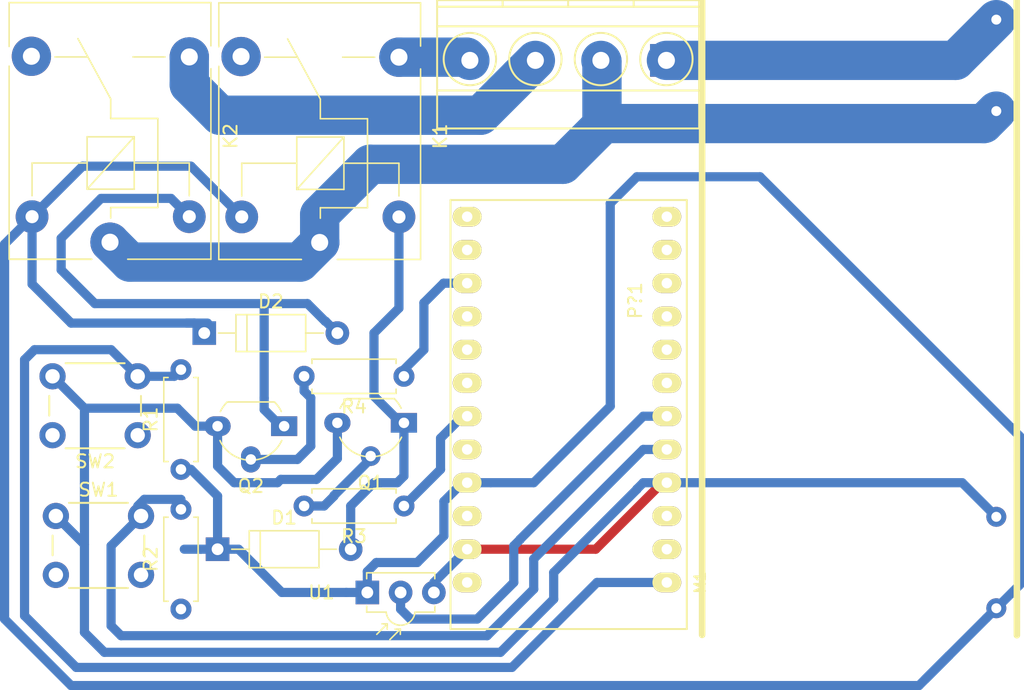
<source format=kicad_pcb>
(kicad_pcb (version 4) (host pcbnew 4.0.6+dfsg1-1)

  (general
    (links 34)
    (no_connects 2)
    (area 38.874 22.081 121.471 77.258002)
    (thickness 1.6)
    (drawings 0)
    (tracks 169)
    (zones 0)
    (modules 16)
    (nets 38)
  )

  (page A4)
  (layers
    (0 F.Cu signal hide)
    (31 B.Cu signal)
    (32 B.Adhes user)
    (33 F.Adhes user)
    (34 B.Paste user)
    (35 F.Paste user)
    (36 B.SilkS user)
    (37 F.SilkS user)
    (38 B.Mask user)
    (39 F.Mask user)
    (40 Dwgs.User user)
    (41 Cmts.User user)
    (42 Eco1.User user)
    (43 Eco2.User user)
    (44 Edge.Cuts user)
    (45 Margin user)
    (46 B.CrtYd user)
    (47 F.CrtYd user)
    (48 B.Fab user)
    (49 F.Fab user)
  )

  (setup
    (last_trace_width 0.7)
    (user_trace_width 0.5)
    (user_trace_width 0.7)
    (user_trace_width 1)
    (user_trace_width 3)
    (trace_clearance 0.2)
    (zone_clearance 0.508)
    (zone_45_only no)
    (trace_min 0.2)
    (segment_width 0.2)
    (edge_width 0.15)
    (via_size 0.6)
    (via_drill 0.4)
    (via_min_size 0.4)
    (via_min_drill 0.3)
    (uvia_size 0.3)
    (uvia_drill 0.1)
    (uvias_allowed no)
    (uvia_min_size 0.2)
    (uvia_min_drill 0.1)
    (pcb_text_width 0.3)
    (pcb_text_size 1.5 1.5)
    (mod_edge_width 0.15)
    (mod_text_size 1 1)
    (mod_text_width 0.15)
    (pad_size 2 2)
    (pad_drill 1.1)
    (pad_to_mask_clearance 0.2)
    (aux_axis_origin 0 0)
    (visible_elements FFFCCF1F)
    (pcbplotparams
      (layerselection 0x00030_80000001)
      (usegerberextensions false)
      (excludeedgelayer true)
      (linewidth 0.100000)
      (plotframeref false)
      (viasonmask false)
      (mode 1)
      (useauxorigin false)
      (hpglpennumber 1)
      (hpglpenspeed 20)
      (hpglpendiameter 15)
      (hpglpenoverlay 2)
      (psnegative false)
      (psa4output false)
      (plotreference true)
      (plotvalue true)
      (plotinvisibletext false)
      (padsonsilk false)
      (subtractmaskfromsilk false)
      (outputformat 1)
      (mirror false)
      (drillshape 1)
      (scaleselection 1)
      (outputdirectory ""))
  )

  (net 0 "")
  (net 1 GND)
  (net 2 +5V)
  (net 3 RETORNO2)
  (net 4 RETORNO1)
  (net 5 NEUTRO)
  (net 6 FASE)
  (net 7 D3)
  (net 8 D11)
  (net 9 "Net-(Q1-Pad2)")
  (net 10 "Net-(Q2-Pad2)")
  (net 11 D4)
  (net 12 "Net-(K1-Pad4)")
  (net 13 "Net-(K2-Pad4)")
  (net 14 "Net-(D1-Pad2)")
  (net 15 "Net-(D2-Pad2)")
  (net 16 D10)
  (net 17 "Net-(M1-Pad2)")
  (net 18 "Net-(M1-Pad3)")
  (net 19 "Net-(M1-Pad8)")
  (net 20 "Net-(M1-Pad9)")
  (net 21 "Net-(M1-Pad10)")
  (net 22 "Net-(M1-Pad11)")
  (net 23 "Net-(M1-Pad12)")
  (net 24 "Net-(M1-Pad16)")
  (net 25 "Net-(M1-Pad17)")
  (net 26 "Net-(M1-Pad18)")
  (net 27 "Net-(M1-Pad20)")
  (net 28 "Net-(M1-Pad22)")
  (net 29 "Net-(M1-Pad24)")
  (net 30 "Net-(SW1-Pad2)")
  (net 31 "Net-(SW2-Pad2)")
  (net 32 "Net-(SW1-Pad4)")
  (net 33 "Net-(SW2-Pad4)")
  (net 34 D12)
  (net 35 "Net-(M1-Pad7)")
  (net 36 "Net-(M1-Pad13)")
  (net 37 "Net-(M1-Pad14)")

  (net_class Default "This is the default net class."
    (clearance 0.2)
    (trace_width 0.5)
    (via_dia 0.6)
    (via_drill 0.4)
    (uvia_dia 0.3)
    (uvia_drill 0.1)
    (add_net +5V)
    (add_net D10)
    (add_net D11)
    (add_net D12)
    (add_net D3)
    (add_net D4)
    (add_net FASE)
    (add_net GND)
    (add_net NEUTRO)
    (add_net "Net-(D1-Pad2)")
    (add_net "Net-(D2-Pad2)")
    (add_net "Net-(K1-Pad4)")
    (add_net "Net-(K2-Pad4)")
    (add_net "Net-(M1-Pad10)")
    (add_net "Net-(M1-Pad11)")
    (add_net "Net-(M1-Pad12)")
    (add_net "Net-(M1-Pad13)")
    (add_net "Net-(M1-Pad14)")
    (add_net "Net-(M1-Pad16)")
    (add_net "Net-(M1-Pad17)")
    (add_net "Net-(M1-Pad18)")
    (add_net "Net-(M1-Pad2)")
    (add_net "Net-(M1-Pad20)")
    (add_net "Net-(M1-Pad22)")
    (add_net "Net-(M1-Pad24)")
    (add_net "Net-(M1-Pad3)")
    (add_net "Net-(M1-Pad7)")
    (add_net "Net-(M1-Pad8)")
    (add_net "Net-(M1-Pad9)")
    (add_net "Net-(Q1-Pad2)")
    (add_net "Net-(Q2-Pad2)")
    (add_net "Net-(SW1-Pad2)")
    (add_net "Net-(SW1-Pad4)")
    (add_net "Net-(SW2-Pad2)")
    (add_net "Net-(SW2-Pad4)")
    (add_net RETORNO1)
    (add_net RETORNO2)
  )

  (net_class Custom ""
    (clearance 0.2)
    (trace_width 0.5)
    (via_dia 0.6)
    (via_drill 0.4)
    (uvia_dia 0.3)
    (uvia_drill 0.1)
  )

  (module Opto-Devices:IRReceiver_Vishay_MINICAST-3pin (layer F.Cu) (tedit 5B5B994B) (tstamp 5B5B732C)
    (at 69.088 69.596)
    (descr "IR Receiver Vishay TSOP-xxxx, MINICAST package")
    (tags "IR Receiver Vishay TSOP-xxxx MINICAST")
    (path /5B5114D1)
    (fp_text reference U1 (at -3.5 0 180) (layer F.SilkS)
      (effects (font (size 1 1) (thickness 0.15)))
    )
    (fp_text value TSOP17xx (at 2.55 -2.4 180) (layer F.Fab)
      (effects (font (size 1 1) (thickness 0.15)))
    )
    (fp_line (start 5.15 -1.05) (end 5.15 -1.5) (layer F.SilkS) (width 0.12))
    (fp_line (start 5.15 -1.5) (end -0.05 -1.5) (layer F.SilkS) (width 0.12))
    (fp_line (start -0.05 -1.5) (end -0.05 -1.05) (layer F.SilkS) (width 0.12))
    (fp_line (start 5.15 1.05) (end 5.15 1.5) (layer F.SilkS) (width 0.12))
    (fp_line (start 5.15 1.5) (end 3.65 1.5) (layer F.SilkS) (width 0.12))
    (fp_line (start 1.4 1.5) (end -0.05 1.5) (layer F.SilkS) (width 0.12))
    (fp_line (start -0.05 1.5) (end -0.05 1.05) (layer F.SilkS) (width 0.12))
    (fp_line (start 0.05 -1.4) (end 5.05 -1.4) (layer F.Fab) (width 0.1))
    (fp_line (start 5.05 -1.4) (end 5.05 1.4) (layer F.Fab) (width 0.1))
    (fp_line (start 5.05 1.4) (end 0.05 1.4) (layer F.Fab) (width 0.1))
    (fp_line (start 0.05 1.4) (end 0.05 -1.4) (layer F.Fab) (width 0.1))
    (fp_line (start 1.52 2.4) (end 1.12 2.4) (layer F.SilkS) (width 0.12))
    (fp_line (start 1.52 2.4) (end 1.52 2.8) (layer F.SilkS) (width 0.12))
    (fp_line (start 1.52 2.4) (end 0.72 3.2) (layer F.SilkS) (width 0.12))
    (fp_line (start 2.52 2.8) (end 1.72 3.6) (layer F.SilkS) (width 0.12))
    (fp_line (start 2.52 2.8) (end 2.52 3.2) (layer F.SilkS) (width 0.12))
    (fp_line (start 2.52 2.8) (end 2.12 2.8) (layer F.SilkS) (width 0.12))
    (fp_line (start -1.15 -1.65) (end 6.23 -1.65) (layer F.CrtYd) (width 0.05))
    (fp_line (start -1.15 -1.65) (end -1.15 2.7) (layer F.CrtYd) (width 0.05))
    (fp_line (start 6.23 2.7) (end 6.23 -1.65) (layer F.CrtYd) (width 0.05))
    (fp_line (start 6.23 2.7) (end -1.15 2.7) (layer F.CrtYd) (width 0.05))
    (fp_arc (start 2.54 1.4) (end 3.64 1.5) (angle 170) (layer F.SilkS) (width 0.12))
    (fp_arc (start 2.54 1.45) (end 3.54 1.45) (angle 180) (layer F.Fab) (width 0.1))
    (pad 2 thru_hole rect (at 0 0) (size 1.8 1.8) (drill 0.9) (layers *.Cu *.Mask)
      (net 2 +5V))
    (pad 3 thru_hole circle (at 2.54 0) (size 1.8 1.8) (drill 0.9) (layers *.Cu *.Mask)
      (net 16 D10))
    (pad 1 thru_hole circle (at 5.08 0) (size 1.8 1.8) (drill 0.9) (layers *.Cu *.Mask)
      (net 1 GND))
    (model TO_SOT_Packages_THT.3dshapes/TO-92_Inline_Narrow_Oval.wrl
      (at (xyz 0.095 0 0))
      (scale (xyz 1.5 1.8 1))
      (rotate (xyz 0 0 -90))
    )
  )

  (module TO_SOT_Packages_THT:TO-92_Molded_Wide_Oval (layer F.Cu) (tedit 5B614E59) (tstamp 5B5F60A8)
    (at 71.882 56.642 180)
    (descr "TO-92 leads molded, wide, oval pads, drill 0.8mm (see NXP sot054_po.pdf)")
    (tags "to-92 sc-43 sc-43a sot54 PA33 transistor")
    (path /5B61624B)
    (fp_text reference Q1 (at 2.54 -4.572 180) (layer F.SilkS)
      (effects (font (size 1 1) (thickness 0.15)))
    )
    (fp_text value BC546 (at 2.54 3.048 180) (layer F.Fab)
      (effects (font (size 1 1) (thickness 0.15)))
    )
    (fp_line (start 0.74 1.85) (end 4.34 1.85) (layer F.SilkS) (width 0.12))
    (fp_line (start 0.8 1.75) (end 4.3 1.75) (layer F.Fab) (width 0.1))
    (fp_arc (start 2.54 0) (end 0.74 1.85) (angle 20) (layer F.SilkS) (width 0.12))
    (fp_arc (start 2.54 0) (end 2.54 -2.6) (angle -65) (layer F.SilkS) (width 0.12))
    (fp_arc (start 2.54 0) (end 2.54 -2.6) (angle 65) (layer F.SilkS) (width 0.12))
    (fp_arc (start 2.54 0) (end 2.54 -2.48) (angle 135) (layer F.Fab) (width 0.1))
    (fp_arc (start 2.54 0) (end 2.54 -2.48) (angle -135) (layer F.Fab) (width 0.1))
    (fp_arc (start 2.54 0) (end 4.34 1.85) (angle -20) (layer F.SilkS) (width 0.12))
    (fp_line (start -1.25 2.2) (end -1.25 -3.8) (layer F.CrtYd) (width 0.05))
    (fp_line (start -1.25 2.2) (end 6.35 2.2) (layer F.CrtYd) (width 0.05))
    (fp_line (start -1.25 -3.8) (end 6.35 -3.8) (layer F.CrtYd) (width 0.05))
    (fp_line (start 6.35 2.2) (end 6.35 -3.8) (layer F.CrtYd) (width 0.05))
    (pad 2 thru_hole circle (at 2.54 -2.54 270) (size 1.5 1.5) (drill 0.8) (layers *.Cu *.Mask)
      (net 9 "Net-(Q1-Pad2)"))
    (pad 1 thru_hole rect (at 0 0 270) (size 1.50114 1.99898) (drill 0.8) (layers *.Cu *.Mask)
      (net 14 "Net-(D1-Pad2)"))
    (pad 3 thru_hole oval (at 5.08 0 270) (size 1.50114 1.99898) (drill 0.8) (layers *.Cu *.Mask)
      (net 1 GND))
    (model TO_SOT_Packages_THT.3dshapes/TO-92_Molded_Wide_Oval.wrl
      (at (xyz 0.1 0 0))
      (scale (xyz 1 1 1))
      (rotate (xyz 0 0 -90))
    )
  )

  (module Galeguinho:arduino_pro_mini (layer F.Cu) (tedit 5A121E01) (tstamp 5B60941B)
    (at 84.328 54.864 90)
    (descr "IC, ARDUINO_PRO_MINI x 0,6\"")
    (tags "DIL ARDUINO PRO MINI")
    (path /5B51047F)
    (fp_text reference M1 (at -13.97 10.16 90) (layer F.SilkS)
      (effects (font (size 0.8 0.8) (thickness 0.16)))
    )
    (fp_text value arduino_pro_mini (at 0 0 90) (layer F.Fab) hide
      (effects (font (size 0.8 0.8) (thickness 0.16)))
    )
    (fp_line (start 15.24 9.144) (end 15.24 -8.89) (layer F.SilkS) (width 0.15))
    (fp_line (start -17.526 -8.89) (end -17.526 9.144) (layer F.SilkS) (width 0.15))
    (fp_line (start 15.24 9.144) (end -17.526 9.144) (layer F.SilkS) (width 0.15))
    (fp_line (start -17.526 -8.89) (end 15.24 -8.89) (layer F.SilkS) (width 0.15))
    (pad 1 thru_hole oval (at -13.97 7.62 90) (size 1.50114 2.19964) (drill 0.8001) (layers *.Cu *.Mask F.SilkS)
      (net 11 D4))
    (pad 2 thru_hole oval (at -11.43 7.62 90) (size 1.50114 2.19964) (drill 0.8001) (layers *.Cu *.Mask F.SilkS)
      (net 17 "Net-(M1-Pad2)"))
    (pad 3 thru_hole oval (at -8.89 7.62 90) (size 1.50114 2.19964) (drill 0.8001) (layers *.Cu *.Mask F.SilkS)
      (net 18 "Net-(M1-Pad3)"))
    (pad 4 thru_hole oval (at -6.35 7.62 90) (size 1.50114 2.19964) (drill 0.8001) (layers *.Cu *.Mask F.SilkS)
      (net 1 GND))
    (pad 5 thru_hole oval (at -3.81 7.62 90) (size 1.50114 2.19964) (drill 0.8001) (layers *.Cu *.Mask F.SilkS)
      (net 7 D3))
    (pad 6 thru_hole oval (at -1.27 7.62 90) (size 1.50114 2.19964) (drill 0.8001) (layers *.Cu *.Mask F.SilkS)
      (net 16 D10))
    (pad 7 thru_hole oval (at 1.27 7.62 90) (size 1.50114 2.19964) (drill 0.8001) (layers *.Cu *.Mask F.SilkS)
      (net 35 "Net-(M1-Pad7)"))
    (pad 8 thru_hole oval (at 3.81 7.62 90) (size 1.50114 2.19964) (drill 0.8001) (layers *.Cu *.Mask F.SilkS)
      (net 19 "Net-(M1-Pad8)"))
    (pad 9 thru_hole oval (at 6.35 7.62 90) (size 1.50114 2.19964) (drill 0.8001) (layers *.Cu *.Mask F.SilkS)
      (net 20 "Net-(M1-Pad9)"))
    (pad 10 thru_hole oval (at 8.89 7.62 90) (size 1.50114 2.19964) (drill 0.8001) (layers *.Cu *.Mask F.SilkS)
      (net 21 "Net-(M1-Pad10)"))
    (pad 11 thru_hole oval (at 11.43 7.62 90) (size 1.50114 2.19964) (drill 0.8001) (layers *.Cu *.Mask F.SilkS)
      (net 22 "Net-(M1-Pad11)"))
    (pad 12 thru_hole oval (at 13.97 7.62 90) (size 1.50114 2.19964) (drill 0.8001) (layers *.Cu *.Mask F.SilkS)
      (net 23 "Net-(M1-Pad12)"))
    (pad 13 thru_hole oval (at 13.97 -7.62 90) (size 1.50114 2.19964) (drill 0.8001) (layers *.Cu *.Mask F.SilkS)
      (net 36 "Net-(M1-Pad13)"))
    (pad 14 thru_hole oval (at 11.43 -7.62 90) (size 1.50114 2.19964) (drill 0.8001) (layers *.Cu *.Mask F.SilkS)
      (net 37 "Net-(M1-Pad14)"))
    (pad 15 thru_hole oval (at 8.89 -7.62 90) (size 1.50114 2.19964) (drill 0.8001) (layers *.Cu *.Mask F.SilkS)
      (net 34 D12))
    (pad 16 thru_hole oval (at 6.35 -7.62 90) (size 1.50114 2.19964) (drill 0.8001) (layers *.Cu *.Mask F.SilkS)
      (net 24 "Net-(M1-Pad16)"))
    (pad 17 thru_hole oval (at 3.81 -7.62 90) (size 1.50114 2.19964) (drill 0.8001) (layers *.Cu *.Mask F.SilkS)
      (net 25 "Net-(M1-Pad17)"))
    (pad 18 thru_hole oval (at 1.27 -7.62 90) (size 1.50114 2.19964) (drill 0.8001) (layers *.Cu *.Mask F.SilkS)
      (net 26 "Net-(M1-Pad18)"))
    (pad 19 thru_hole oval (at -1.27 -7.62 90) (size 1.50114 2.19964) (drill 0.8001) (layers *.Cu *.Mask F.SilkS)
      (net 8 D11))
    (pad 20 thru_hole oval (at -3.81 -7.62 90) (size 1.50114 2.19964) (drill 0.8001) (layers *.Cu *.Mask F.SilkS)
      (net 27 "Net-(M1-Pad20)"))
    (pad 21 thru_hole oval (at -6.35 -7.62 90) (size 1.50114 2.19964) (drill 0.8001) (layers *.Cu *.Mask F.SilkS)
      (net 2 +5V))
    (pad 22 thru_hole oval (at -8.89 -7.62 90) (size 1.50114 2.19964) (drill 0.8001) (layers *.Cu *.Mask F.SilkS)
      (net 28 "Net-(M1-Pad22)"))
    (pad 23 thru_hole oval (at -11.43 -7.62 90) (size 1.50114 2.19964) (drill 0.8001) (layers *.Cu *.Mask F.SilkS)
      (net 1 GND))
    (pad 24 thru_hole oval (at -13.97 -7.62 90) (size 1.50114 2.19964) (drill 0.8001) (layers *.Cu *.Mask F.SilkS)
      (net 29 "Net-(M1-Pad24)"))
    (model ../../../../../home/mel/Downloads/arduino_pro_mini.wrl
      (at (xyz 0 0 0))
      (scale (xyz 0.4 0.4 0.5))
      (rotate (xyz 0 0 0))
    )
  )

  (module Resistors_THT:R_Axial_DIN0207_L6.3mm_D2.5mm_P7.62mm_Horizontal (layer F.Cu) (tedit 5874F706) (tstamp 5B5B72C6)
    (at 71.882 62.992 180)
    (descr "Resistor, Axial_DIN0207 series, Axial, Horizontal, pin pitch=7.62mm, 0.25W = 1/4W, length*diameter=6.3*2.5mm^2, http://cdn-reichelt.de/documents/datenblatt/B400/1_4W%23YAG.pdf")
    (tags "Resistor Axial_DIN0207 series Axial Horizontal pin pitch 7.62mm 0.25W = 1/4W length 6.3mm diameter 2.5mm")
    (path /5B616245)
    (fp_text reference R3 (at 3.81 -2.31 180) (layer F.SilkS)
      (effects (font (size 1 1) (thickness 0.15)))
    )
    (fp_text value R (at 3.81 2.31 180) (layer F.Fab)
      (effects (font (size 1 1) (thickness 0.15)))
    )
    (fp_line (start 0.66 -1.25) (end 0.66 1.25) (layer F.Fab) (width 0.1))
    (fp_line (start 0.66 1.25) (end 6.96 1.25) (layer F.Fab) (width 0.1))
    (fp_line (start 6.96 1.25) (end 6.96 -1.25) (layer F.Fab) (width 0.1))
    (fp_line (start 6.96 -1.25) (end 0.66 -1.25) (layer F.Fab) (width 0.1))
    (fp_line (start 0 0) (end 0.66 0) (layer F.Fab) (width 0.1))
    (fp_line (start 7.62 0) (end 6.96 0) (layer F.Fab) (width 0.1))
    (fp_line (start 0.6 -0.98) (end 0.6 -1.31) (layer F.SilkS) (width 0.12))
    (fp_line (start 0.6 -1.31) (end 7.02 -1.31) (layer F.SilkS) (width 0.12))
    (fp_line (start 7.02 -1.31) (end 7.02 -0.98) (layer F.SilkS) (width 0.12))
    (fp_line (start 0.6 0.98) (end 0.6 1.31) (layer F.SilkS) (width 0.12))
    (fp_line (start 0.6 1.31) (end 7.02 1.31) (layer F.SilkS) (width 0.12))
    (fp_line (start 7.02 1.31) (end 7.02 0.98) (layer F.SilkS) (width 0.12))
    (fp_line (start -1.05 -1.6) (end -1.05 1.6) (layer F.CrtYd) (width 0.05))
    (fp_line (start -1.05 1.6) (end 8.7 1.6) (layer F.CrtYd) (width 0.05))
    (fp_line (start 8.7 1.6) (end 8.7 -1.6) (layer F.CrtYd) (width 0.05))
    (fp_line (start 8.7 -1.6) (end -1.05 -1.6) (layer F.CrtYd) (width 0.05))
    (pad 1 thru_hole circle (at 0 0 180) (size 1.6 1.6) (drill 0.8) (layers *.Cu *.Mask)
      (net 8 D11))
    (pad 2 thru_hole oval (at 7.62 0 180) (size 1.6 1.6) (drill 0.8) (layers *.Cu *.Mask)
      (net 9 "Net-(Q1-Pad2)"))
    (model Resistors_THT.3dshapes/R_Axial_DIN0207_L6.3mm_D2.5mm_P7.62mm_Horizontal.wrl
      (at (xyz 0 0 0))
      (scale (xyz 0.393701 0.393701 0.393701))
      (rotate (xyz 0 0 0))
    )
  )

  (module TO_SOT_Packages_THT:TO-92_Molded_Wide_Oval (layer F.Cu) (tedit 58610977) (tstamp 5B5F60AF)
    (at 62.738 56.896 180)
    (descr "TO-92 leads molded, wide, oval pads, drill 0.8mm (see NXP sot054_po.pdf)")
    (tags "to-92 sc-43 sc-43a sot54 PA33 transistor")
    (path /5B511538)
    (fp_text reference Q2 (at 2.54 -4.572 180) (layer F.SilkS)
      (effects (font (size 1 1) (thickness 0.15)))
    )
    (fp_text value BC546 (at 2.54 3.048 180) (layer F.Fab)
      (effects (font (size 1 1) (thickness 0.15)))
    )
    (fp_line (start 0.74 1.85) (end 4.34 1.85) (layer F.SilkS) (width 0.12))
    (fp_line (start 0.8 1.75) (end 4.3 1.75) (layer F.Fab) (width 0.1))
    (fp_arc (start 2.54 0) (end 0.74 1.85) (angle 20) (layer F.SilkS) (width 0.12))
    (fp_arc (start 2.54 0) (end 2.54 -2.6) (angle -65) (layer F.SilkS) (width 0.12))
    (fp_arc (start 2.54 0) (end 2.54 -2.6) (angle 65) (layer F.SilkS) (width 0.12))
    (fp_arc (start 2.54 0) (end 2.54 -2.48) (angle 135) (layer F.Fab) (width 0.1))
    (fp_arc (start 2.54 0) (end 2.54 -2.48) (angle -135) (layer F.Fab) (width 0.1))
    (fp_arc (start 2.54 0) (end 4.34 1.85) (angle -20) (layer F.SilkS) (width 0.12))
    (fp_line (start -1.25 2.2) (end -1.25 -3.8) (layer F.CrtYd) (width 0.05))
    (fp_line (start -1.25 2.2) (end 6.35 2.2) (layer F.CrtYd) (width 0.05))
    (fp_line (start -1.25 -3.8) (end 6.35 -3.8) (layer F.CrtYd) (width 0.05))
    (fp_line (start 6.35 2.2) (end 6.35 -3.8) (layer F.CrtYd) (width 0.05))
    (pad 2 thru_hole oval (at 2.54 -2.54 270) (size 1.99898 1.50114) (drill 0.8) (layers *.Cu *.Mask)
      (net 10 "Net-(Q2-Pad2)"))
    (pad 1 thru_hole rect (at 0 0 270) (size 1.50114 1.99898) (drill 0.8) (layers *.Cu *.Mask)
      (net 15 "Net-(D2-Pad2)"))
    (pad 3 thru_hole oval (at 5.08 0 270) (size 1.50114 1.99898) (drill 0.8) (layers *.Cu *.Mask)
      (net 1 GND))
    (model TO_SOT_Packages_THT.3dshapes/TO-92_Molded_Wide_Oval.wrl
      (at (xyz 0.1 0 0))
      (scale (xyz 1 1 1))
      (rotate (xyz 0 0 -90))
    )
  )

  (module Resistors_THT:R_Axial_DIN0207_L6.3mm_D2.5mm_P7.62mm_Horizontal (layer F.Cu) (tedit 5874F706) (tstamp 5B5B72B0)
    (at 54.864 70.866 90)
    (descr "Resistor, Axial_DIN0207 series, Axial, Horizontal, pin pitch=7.62mm, 0.25W = 1/4W, length*diameter=6.3*2.5mm^2, http://cdn-reichelt.de/documents/datenblatt/B400/1_4W%23YAG.pdf")
    (tags "Resistor Axial_DIN0207 series Axial Horizontal pin pitch 7.62mm 0.25W = 1/4W length 6.3mm diameter 2.5mm")
    (path /5B612166)
    (fp_text reference R2 (at 3.81 -2.31 90) (layer F.SilkS)
      (effects (font (size 1 1) (thickness 0.15)))
    )
    (fp_text value R_Small (at 3.81 2.31 90) (layer F.Fab)
      (effects (font (size 1 1) (thickness 0.15)))
    )
    (fp_line (start 0.66 -1.25) (end 0.66 1.25) (layer F.Fab) (width 0.1))
    (fp_line (start 0.66 1.25) (end 6.96 1.25) (layer F.Fab) (width 0.1))
    (fp_line (start 6.96 1.25) (end 6.96 -1.25) (layer F.Fab) (width 0.1))
    (fp_line (start 6.96 -1.25) (end 0.66 -1.25) (layer F.Fab) (width 0.1))
    (fp_line (start 0 0) (end 0.66 0) (layer F.Fab) (width 0.1))
    (fp_line (start 7.62 0) (end 6.96 0) (layer F.Fab) (width 0.1))
    (fp_line (start 0.6 -0.98) (end 0.6 -1.31) (layer F.SilkS) (width 0.12))
    (fp_line (start 0.6 -1.31) (end 7.02 -1.31) (layer F.SilkS) (width 0.12))
    (fp_line (start 7.02 -1.31) (end 7.02 -0.98) (layer F.SilkS) (width 0.12))
    (fp_line (start 0.6 0.98) (end 0.6 1.31) (layer F.SilkS) (width 0.12))
    (fp_line (start 0.6 1.31) (end 7.02 1.31) (layer F.SilkS) (width 0.12))
    (fp_line (start 7.02 1.31) (end 7.02 0.98) (layer F.SilkS) (width 0.12))
    (fp_line (start -1.05 -1.6) (end -1.05 1.6) (layer F.CrtYd) (width 0.05))
    (fp_line (start -1.05 1.6) (end 8.7 1.6) (layer F.CrtYd) (width 0.05))
    (fp_line (start 8.7 1.6) (end 8.7 -1.6) (layer F.CrtYd) (width 0.05))
    (fp_line (start 8.7 -1.6) (end -1.05 -1.6) (layer F.CrtYd) (width 0.05))
    (pad 1 thru_hole circle (at 0 0 90) (size 1.6 1.6) (drill 0.8) (layers *.Cu *.Mask)
      (net 2 +5V))
    (pad 2 thru_hole oval (at 7.62 0 90) (size 1.6 1.6) (drill 0.8) (layers *.Cu *.Mask)
      (net 7 D3))
    (model Resistors_THT.3dshapes/R_Axial_DIN0207_L6.3mm_D2.5mm_P7.62mm_Horizontal.wrl
      (at (xyz 0 0 0))
      (scale (xyz 0.393701 0.393701 0.393701))
      (rotate (xyz 0 0 0))
    )
  )

  (module Buttons_Switches_THT:SW_PUSH_6mm_h4.3mm (layer F.Cu) (tedit 5B610CA9) (tstamp 5B610DC3)
    (at 45.316 63.754)
    (descr "tactile push button, 6x6mm e.g. PHAP33xx series, height=4.3mm")
    (tags "tact sw push 6mm")
    (path /5B61216F)
    (fp_text reference SW1 (at 3.25 -2) (layer F.SilkS)
      (effects (font (size 1 1) (thickness 0.15)))
    )
    (fp_text value SW_PUSH (at 3.75 6.7) (layer F.Fab)
      (effects (font (size 1 1) (thickness 0.15)))
    )
    (fp_line (start 3.25 -0.75) (end 6.25 -0.75) (layer F.Fab) (width 0.1))
    (fp_line (start 6.25 -0.75) (end 6.25 5.25) (layer F.Fab) (width 0.1))
    (fp_line (start 6.25 5.25) (end 0.25 5.25) (layer F.Fab) (width 0.1))
    (fp_line (start 0.25 5.25) (end 0.25 -0.75) (layer F.Fab) (width 0.1))
    (fp_line (start 0.25 -0.75) (end 3.25 -0.75) (layer F.Fab) (width 0.1))
    (fp_line (start 7.75 6) (end 8 6) (layer F.CrtYd) (width 0.05))
    (fp_line (start 8 6) (end 8 5.75) (layer F.CrtYd) (width 0.05))
    (fp_line (start 7.75 -1.5) (end 8 -1.5) (layer F.CrtYd) (width 0.05))
    (fp_line (start 8 -1.5) (end 8 -1.25) (layer F.CrtYd) (width 0.05))
    (fp_line (start -1.5 -1.25) (end -1.5 -1.5) (layer F.CrtYd) (width 0.05))
    (fp_line (start -1.5 -1.5) (end -1.25 -1.5) (layer F.CrtYd) (width 0.05))
    (fp_line (start -1.5 5.75) (end -1.5 6) (layer F.CrtYd) (width 0.05))
    (fp_line (start -1.5 6) (end -1.25 6) (layer F.CrtYd) (width 0.05))
    (fp_line (start -1.25 -1.5) (end 7.75 -1.5) (layer F.CrtYd) (width 0.05))
    (fp_line (start -1.5 5.75) (end -1.5 -1.25) (layer F.CrtYd) (width 0.05))
    (fp_line (start 7.75 6) (end -1.25 6) (layer F.CrtYd) (width 0.05))
    (fp_line (start 8 -1.25) (end 8 5.75) (layer F.CrtYd) (width 0.05))
    (fp_line (start 1 5.5) (end 5.5 5.5) (layer F.SilkS) (width 0.15))
    (fp_line (start -0.25 1.5) (end -0.25 3) (layer F.SilkS) (width 0.15))
    (fp_line (start 5.5 -1) (end 1 -1) (layer F.SilkS) (width 0.15))
    (fp_line (start 6.75 3) (end 6.75 1.5) (layer F.SilkS) (width 0.15))
    (fp_circle (center 3.25 2.25) (end 1.25 2.5) (layer F.Fab) (width 0.1))
    (pad 2 thru_hole circle (at 0 4.5 90) (size 2 2) (drill 1.1) (layers *.Cu *.Mask)
      (net 30 "Net-(SW1-Pad2)"))
    (pad 1 thru_hole circle (at 0 0 90) (size 2 2) (drill 1.1) (layers *.Cu *.Mask)
      (net 1 GND))
    (pad 4 thru_hole circle (at 6.5 4.5 90) (size 2 2) (drill 1.1) (layers *.Cu *.Mask)
      (net 32 "Net-(SW1-Pad4)"))
    (pad 3 thru_hole circle (at 6.5 0 90) (size 2 2) (drill 1.1) (layers *.Cu *.Mask)
      (net 7 D3))
    (model Buttons_Switches_THT.3dshapes/SW_PUSH_6mm_h4.3mm.wrl
      (at (xyz 0.005 0 0))
      (scale (xyz 0.3937 0.3937 0.3937))
      (rotate (xyz 0 0 0))
    )
  )

  (module Galeguinho:power_supply (layer F.Cu) (tedit 5B6127DF) (tstamp 5B6128C9)
    (at 95.758 47.3075 270)
    (path /5B614609)
    (fp_text reference P?1 (at 0 6.223 270) (layer F.SilkS)
      (effects (font (size 1 1) (thickness 0.15)))
    )
    (fp_text value power_supply (at 0.127 -24.638 270) (layer F.Fab)
      (effects (font (size 1 1) (thickness 0.15)))
    )
    (fp_line (start -23.41372 1.1176) (end 25.53208 1.1176) (layer F.SilkS) (width 0.5))
    (fp_line (start -23.32736 -22.89556) (end 25.55494 -22.90826) (layer F.SilkS) (width 0.5))
    (fp_line (start -23.487174 -22.833524) (end -23.487174 1.166476) (layer B.Paste) (width 0.5))
    (fp_line (start -23.487174 1.039476) (end 25.512826 1.039476) (layer B.Paste) (width 0.15))
    (fp_line (start -23.487174 -22.836524) (end 25.512826 -22.836524) (layer B.Paste) (width 0.15))
    (fp_line (start 25.512826 -22.836524) (end 25.512826 1.163476) (layer B.Paste) (width 0.5))
    (pad 4 thru_hole circle (at -21.463 -21.336 270) (size 1.524 1.524) (drill 0.762) (layers *.Cu *.Mask)
      (net 5 NEUTRO))
    (pad 3 thru_hole circle (at -14.478 -21.336 270) (size 1.524 1.524) (drill 0.762) (layers *.Cu *.Mask)
      (net 6 FASE))
    (pad 1 thru_hole circle (at 23.495 -21.336 270) (size 1.524 1.524) (drill 0.762) (layers *.Cu *.Mask)
      (net 2 +5V))
    (pad 2 thru_hole circle (at 16.51 -21.336 270) (size 1.524 1.524) (drill 0.762) (layers *.Cu *.Mask)
      (net 1 GND))
  )

  (module Resistors_THT:R_Axial_DIN0207_L6.3mm_D2.5mm_P7.62mm_Horizontal (layer F.Cu) (tedit 5874F706) (tstamp 5B5B72DC)
    (at 71.882 53.086 180)
    (descr "Resistor, Axial_DIN0207 series, Axial, Horizontal, pin pitch=7.62mm, 0.25W = 1/4W, length*diameter=6.3*2.5mm^2, http://cdn-reichelt.de/documents/datenblatt/B400/1_4W%23YAG.pdf")
    (tags "Resistor Axial_DIN0207 series Axial Horizontal pin pitch 7.62mm 0.25W = 1/4W length 6.3mm diameter 2.5mm")
    (path /5B51165B)
    (fp_text reference R4 (at 3.81 -2.31 180) (layer F.SilkS)
      (effects (font (size 1 1) (thickness 0.15)))
    )
    (fp_text value R (at 3.81 2.31 180) (layer F.Fab)
      (effects (font (size 1 1) (thickness 0.15)))
    )
    (fp_line (start 0.66 -1.25) (end 0.66 1.25) (layer F.Fab) (width 0.1))
    (fp_line (start 0.66 1.25) (end 6.96 1.25) (layer F.Fab) (width 0.1))
    (fp_line (start 6.96 1.25) (end 6.96 -1.25) (layer F.Fab) (width 0.1))
    (fp_line (start 6.96 -1.25) (end 0.66 -1.25) (layer F.Fab) (width 0.1))
    (fp_line (start 0 0) (end 0.66 0) (layer F.Fab) (width 0.1))
    (fp_line (start 7.62 0) (end 6.96 0) (layer F.Fab) (width 0.1))
    (fp_line (start 0.6 -0.98) (end 0.6 -1.31) (layer F.SilkS) (width 0.12))
    (fp_line (start 0.6 -1.31) (end 7.02 -1.31) (layer F.SilkS) (width 0.12))
    (fp_line (start 7.02 -1.31) (end 7.02 -0.98) (layer F.SilkS) (width 0.12))
    (fp_line (start 0.6 0.98) (end 0.6 1.31) (layer F.SilkS) (width 0.12))
    (fp_line (start 0.6 1.31) (end 7.02 1.31) (layer F.SilkS) (width 0.12))
    (fp_line (start 7.02 1.31) (end 7.02 0.98) (layer F.SilkS) (width 0.12))
    (fp_line (start -1.05 -1.6) (end -1.05 1.6) (layer F.CrtYd) (width 0.05))
    (fp_line (start -1.05 1.6) (end 8.7 1.6) (layer F.CrtYd) (width 0.05))
    (fp_line (start 8.7 1.6) (end 8.7 -1.6) (layer F.CrtYd) (width 0.05))
    (fp_line (start 8.7 -1.6) (end -1.05 -1.6) (layer F.CrtYd) (width 0.05))
    (pad 1 thru_hole circle (at 0 0 180) (size 1.6 1.6) (drill 0.8) (layers *.Cu *.Mask)
      (net 34 D12))
    (pad 2 thru_hole oval (at 7.62 0 180) (size 1.6 1.6) (drill 0.8) (layers *.Cu *.Mask)
      (net 10 "Net-(Q2-Pad2)"))
    (model Resistors_THT.3dshapes/R_Axial_DIN0207_L6.3mm_D2.5mm_P7.62mm_Horizontal.wrl
      (at (xyz 0 0 0))
      (scale (xyz 0.393701 0.393701 0.393701))
      (rotate (xyz 0 0 0))
    )
  )

  (module Relays_THT:Relay_SANYOU_SRD_Series_Form_C (layer F.Cu) (tedit 584F0522) (tstamp 5B5B7242)
    (at 49.449 42.844 90)
    (descr "relay Sanyou SRD series Form C")
    (path /5B5BB5AF)
    (fp_text reference K2 (at 8.1 9.2 90) (layer F.SilkS)
      (effects (font (size 1 1) (thickness 0.15)))
    )
    (fp_text value G5LE-1 (at 8 -9.6 90) (layer F.Fab)
      (effects (font (size 1 1) (thickness 0.15)))
    )
    (fp_line (start 18.55 -7.95) (end -1.55 -7.95) (layer F.CrtYd) (width 0.05))
    (fp_line (start -1.55 7.95) (end -1.55 -7.95) (layer F.CrtYd) (width 0.05))
    (fp_line (start 18.55 -7.95) (end 18.55 7.95) (layer F.CrtYd) (width 0.05))
    (fp_line (start -1.55 7.95) (end 18.55 7.95) (layer F.CrtYd) (width 0.05))
    (fp_line (start 15 7.7) (end 18.3 7.7) (layer F.SilkS) (width 0.12))
    (fp_line (start 18.3 7.7) (end 18.3 -7.7) (layer F.SilkS) (width 0.12))
    (fp_line (start 18.3 -7.7) (end 14.95 -7.7) (layer F.SilkS) (width 0.12))
    (fp_line (start -1.3 1.35) (end -1.3 7.7) (layer F.SilkS) (width 0.12))
    (fp_line (start -1.3 7.7) (end 13.25 7.7) (layer F.SilkS) (width 0.12))
    (fp_line (start -1.3 -1.4) (end -1.3 -7.7) (layer F.SilkS) (width 0.12))
    (fp_line (start -1.3 -7.7) (end 13.45 -7.7) (layer F.SilkS) (width 0.12))
    (fp_line (start -1.3 -7.65) (end -1.3 -1.4) (layer F.SilkS) (width 0.12))
    (fp_line (start 14.15 4.2) (end 14.15 1.75) (layer F.SilkS) (width 0.12))
    (fp_line (start 14.15 -4.2) (end 14.15 -1.7) (layer F.SilkS) (width 0.12))
    (fp_line (start 3.55 6.05) (end 6.05 6.05) (layer F.SilkS) (width 0.12))
    (fp_line (start 2.65 0.05) (end 1.85 0.05) (layer F.SilkS) (width 0.12))
    (fp_line (start 6.05 -5.95) (end 3.55 -5.95) (layer F.SilkS) (width 0.12))
    (fp_line (start 9.45 0.05) (end 10.95 0.05) (layer F.SilkS) (width 0.12))
    (fp_line (start 10.95 0.05) (end 15.55 -2.45) (layer F.SilkS) (width 0.12))
    (fp_line (start 9.45 3.65) (end 2.65 3.65) (layer F.SilkS) (width 0.12))
    (fp_line (start 9.45 0.05) (end 9.45 3.65) (layer F.SilkS) (width 0.12))
    (fp_line (start 2.65 0.05) (end 2.65 3.65) (layer F.SilkS) (width 0.12))
    (fp_line (start 6.05 -5.95) (end 6.05 -1.75) (layer F.SilkS) (width 0.12))
    (fp_line (start 6.05 1.85) (end 6.05 6.05) (layer F.SilkS) (width 0.12))
    (fp_line (start 8.05 1.85) (end 4.05 -1.75) (layer F.SilkS) (width 0.12))
    (fp_line (start 4.05 1.85) (end 4.05 -1.75) (layer F.SilkS) (width 0.12))
    (fp_line (start 4.05 -1.75) (end 8.05 -1.75) (layer F.SilkS) (width 0.12))
    (fp_line (start 8.05 -1.75) (end 8.05 1.85) (layer F.SilkS) (width 0.12))
    (fp_line (start 8.05 1.85) (end 4.05 1.85) (layer F.SilkS) (width 0.12))
    (pad 2 thru_hole circle (at 1.95 6.05 180) (size 2.5 2.5) (drill 1) (layers *.Cu *.Mask)
      (net 15 "Net-(D2-Pad2)"))
    (pad 3 thru_hole circle (at 14.15 6.05 180) (size 3 3) (drill 1.3) (layers *.Cu *.Mask)
      (net 4 RETORNO1))
    (pad 4 thru_hole circle (at 14.2 -6 180) (size 3 3) (drill 1.3) (layers *.Cu *.Mask)
      (net 13 "Net-(K2-Pad4)"))
    (pad 5 thru_hole circle (at 1.95 -5.95 180) (size 2.5 2.5) (drill 1) (layers *.Cu *.Mask)
      (net 2 +5V))
    (pad 1 thru_hole circle (at 0 0 180) (size 3 3) (drill 1.3) (layers *.Cu *.Mask)
      (net 6 FASE))
    (model Relays_THT.3dshapes/Relay_SANYOU_SRD_Series_Form_C.wrl
      (at (xyz 0 0 0))
      (scale (xyz 1 1 1))
      (rotate (xyz 0 0 0))
    )
  )

  (module Diodes_THT:D_A-405_P10.16mm_Horizontal (layer F.Cu) (tedit 5877C982) (tstamp 5B608D1F)
    (at 56.642 49.784)
    (descr "D, A-405 series, Axial, Horizontal, pin pitch=10.16mm, , length*diameter=5.2*2.7mm^2, , http://www.diodes.com/_files/packages/A-405.pdf")
    (tags "D A-405 series Axial Horizontal pin pitch 10.16mm  length 5.2mm diameter 2.7mm")
    (path /5B513304)
    (fp_text reference D2 (at 5.08 -2.41) (layer F.SilkS)
      (effects (font (size 1 1) (thickness 0.15)))
    )
    (fp_text value D (at 5.08 2.41) (layer F.Fab)
      (effects (font (size 1 1) (thickness 0.15)))
    )
    (fp_line (start 2.48 -1.35) (end 2.48 1.35) (layer F.Fab) (width 0.1))
    (fp_line (start 2.48 1.35) (end 7.68 1.35) (layer F.Fab) (width 0.1))
    (fp_line (start 7.68 1.35) (end 7.68 -1.35) (layer F.Fab) (width 0.1))
    (fp_line (start 7.68 -1.35) (end 2.48 -1.35) (layer F.Fab) (width 0.1))
    (fp_line (start 0 0) (end 2.48 0) (layer F.Fab) (width 0.1))
    (fp_line (start 10.16 0) (end 7.68 0) (layer F.Fab) (width 0.1))
    (fp_line (start 3.26 -1.35) (end 3.26 1.35) (layer F.Fab) (width 0.1))
    (fp_line (start 2.42 -1.41) (end 2.42 1.41) (layer F.SilkS) (width 0.12))
    (fp_line (start 2.42 1.41) (end 7.74 1.41) (layer F.SilkS) (width 0.12))
    (fp_line (start 7.74 1.41) (end 7.74 -1.41) (layer F.SilkS) (width 0.12))
    (fp_line (start 7.74 -1.41) (end 2.42 -1.41) (layer F.SilkS) (width 0.12))
    (fp_line (start 1.08 0) (end 2.42 0) (layer F.SilkS) (width 0.12))
    (fp_line (start 9.08 0) (end 7.74 0) (layer F.SilkS) (width 0.12))
    (fp_line (start 3.26 -1.41) (end 3.26 1.41) (layer F.SilkS) (width 0.12))
    (fp_line (start -1.15 -1.7) (end -1.15 1.7) (layer F.CrtYd) (width 0.05))
    (fp_line (start -1.15 1.7) (end 11.35 1.7) (layer F.CrtYd) (width 0.05))
    (fp_line (start 11.35 1.7) (end 11.35 -1.7) (layer F.CrtYd) (width 0.05))
    (fp_line (start 11.35 -1.7) (end -1.15 -1.7) (layer F.CrtYd) (width 0.05))
    (pad 1 thru_hole rect (at 0 0) (size 1.8 1.8) (drill 0.9) (layers *.Cu *.Mask)
      (net 2 +5V))
    (pad 2 thru_hole oval (at 10.16 0) (size 1.8 1.8) (drill 0.9) (layers *.Cu *.Mask)
      (net 15 "Net-(D2-Pad2)"))
    (model Diodes_THT.3dshapes/D_A-405_P10.16mm_Horizontal.wrl
      (at (xyz 0 0 0))
      (scale (xyz 0.393701 0.393701 0.393701))
      (rotate (xyz 0 0 0))
    )
    (model ../../../../../home/mel/Downloads/Galeguinho-master/CAD/D_DO-41_SOD81_P7.62mm_Horizontal.wrl
      (at (xyz 0 0 0))
      (scale (xyz 0.52 0.52 0.65))
      (rotate (xyz 0 0 0))
    )
  )

  (module Buttons_Switches_THT:SW_PUSH_6mm_h4.3mm (layer F.Cu) (tedit 5B610BB2) (tstamp 5B610C52)
    (at 51.562 57.586 180)
    (descr "tactile push button, 6x6mm e.g. PHAP33xx series, height=4.3mm")
    (tags "tact sw push 6mm")
    (path /5B5F6070)
    (fp_text reference SW2 (at 3.25 -2 180) (layer F.SilkS)
      (effects (font (size 1 1) (thickness 0.15)))
    )
    (fp_text value SW_PUSH (at 3.75 6.7 180) (layer F.Fab)
      (effects (font (size 1 1) (thickness 0.15)))
    )
    (fp_line (start 3.25 -0.75) (end 6.25 -0.75) (layer F.Fab) (width 0.1))
    (fp_line (start 6.25 -0.75) (end 6.25 5.25) (layer F.Fab) (width 0.1))
    (fp_line (start 6.25 5.25) (end 0.25 5.25) (layer F.Fab) (width 0.1))
    (fp_line (start 0.25 5.25) (end 0.25 -0.75) (layer F.Fab) (width 0.1))
    (fp_line (start 0.25 -0.75) (end 3.25 -0.75) (layer F.Fab) (width 0.1))
    (fp_line (start 7.75 6) (end 8 6) (layer F.CrtYd) (width 0.05))
    (fp_line (start 8 6) (end 8 5.75) (layer F.CrtYd) (width 0.05))
    (fp_line (start 7.75 -1.5) (end 8 -1.5) (layer F.CrtYd) (width 0.05))
    (fp_line (start 8 -1.5) (end 8 -1.25) (layer F.CrtYd) (width 0.05))
    (fp_line (start -1.5 -1.25) (end -1.5 -1.5) (layer F.CrtYd) (width 0.05))
    (fp_line (start -1.5 -1.5) (end -1.25 -1.5) (layer F.CrtYd) (width 0.05))
    (fp_line (start -1.5 5.75) (end -1.5 6) (layer F.CrtYd) (width 0.05))
    (fp_line (start -1.5 6) (end -1.25 6) (layer F.CrtYd) (width 0.05))
    (fp_line (start -1.25 -1.5) (end 7.75 -1.5) (layer F.CrtYd) (width 0.05))
    (fp_line (start -1.5 5.75) (end -1.5 -1.25) (layer F.CrtYd) (width 0.05))
    (fp_line (start 7.75 6) (end -1.25 6) (layer F.CrtYd) (width 0.05))
    (fp_line (start 8 -1.25) (end 8 5.75) (layer F.CrtYd) (width 0.05))
    (fp_line (start 1 5.5) (end 5.5 5.5) (layer F.SilkS) (width 0.15))
    (fp_line (start -0.25 1.5) (end -0.25 3) (layer F.SilkS) (width 0.15))
    (fp_line (start 5.5 -1) (end 1 -1) (layer F.SilkS) (width 0.15))
    (fp_line (start 6.75 3) (end 6.75 1.5) (layer F.SilkS) (width 0.15))
    (fp_circle (center 3.25 2.25) (end 1.25 2.5) (layer F.Fab) (width 0.1))
    (pad 3 thru_hole circle (at 0 4.5 270) (size 2 2) (drill 1.1) (layers *.Cu *.Mask)
      (net 11 D4))
    (pad 4 thru_hole circle (at 0 0 270) (size 2 2) (drill 1.1) (layers *.Cu *.Mask)
      (net 33 "Net-(SW2-Pad4)"))
    (pad 1 thru_hole circle (at 6.5 4.5 270) (size 2 2) (drill 1.1) (layers *.Cu *.Mask)
      (net 1 GND))
    (pad 2 thru_hole circle (at 6.5 0 270) (size 2 2) (drill 1.1) (layers *.Cu *.Mask)
      (net 31 "Net-(SW2-Pad2)"))
    (model Buttons_Switches_THT.3dshapes/SW_PUSH_6mm_h4.3mm.wrl
      (at (xyz 0.005 0 0))
      (scale (xyz 0.3937 0.3937 0.3937))
      (rotate (xyz 0 0 0))
    )
  )

  (module Relays_THT:Relay_SANYOU_SRD_Series_Form_C (layer F.Cu) (tedit 584F0522) (tstamp 5B5B7225)
    (at 65.451 42.8625 90)
    (descr "relay Sanyou SRD series Form C")
    (path /5B616228)
    (fp_text reference K1 (at 8.1 9.2 90) (layer F.SilkS)
      (effects (font (size 1 1) (thickness 0.15)))
    )
    (fp_text value G5LE-1 (at 8 -9.6 90) (layer F.Fab)
      (effects (font (size 1 1) (thickness 0.15)))
    )
    (fp_line (start 18.55 -7.95) (end -1.55 -7.95) (layer F.CrtYd) (width 0.05))
    (fp_line (start -1.55 7.95) (end -1.55 -7.95) (layer F.CrtYd) (width 0.05))
    (fp_line (start 18.55 -7.95) (end 18.55 7.95) (layer F.CrtYd) (width 0.05))
    (fp_line (start -1.55 7.95) (end 18.55 7.95) (layer F.CrtYd) (width 0.05))
    (fp_line (start 15 7.7) (end 18.3 7.7) (layer F.SilkS) (width 0.12))
    (fp_line (start 18.3 7.7) (end 18.3 -7.7) (layer F.SilkS) (width 0.12))
    (fp_line (start 18.3 -7.7) (end 14.95 -7.7) (layer F.SilkS) (width 0.12))
    (fp_line (start -1.3 1.35) (end -1.3 7.7) (layer F.SilkS) (width 0.12))
    (fp_line (start -1.3 7.7) (end 13.25 7.7) (layer F.SilkS) (width 0.12))
    (fp_line (start -1.3 -1.4) (end -1.3 -7.7) (layer F.SilkS) (width 0.12))
    (fp_line (start -1.3 -7.7) (end 13.45 -7.7) (layer F.SilkS) (width 0.12))
    (fp_line (start -1.3 -7.65) (end -1.3 -1.4) (layer F.SilkS) (width 0.12))
    (fp_line (start 14.15 4.2) (end 14.15 1.75) (layer F.SilkS) (width 0.12))
    (fp_line (start 14.15 -4.2) (end 14.15 -1.7) (layer F.SilkS) (width 0.12))
    (fp_line (start 3.55 6.05) (end 6.05 6.05) (layer F.SilkS) (width 0.12))
    (fp_line (start 2.65 0.05) (end 1.85 0.05) (layer F.SilkS) (width 0.12))
    (fp_line (start 6.05 -5.95) (end 3.55 -5.95) (layer F.SilkS) (width 0.12))
    (fp_line (start 9.45 0.05) (end 10.95 0.05) (layer F.SilkS) (width 0.12))
    (fp_line (start 10.95 0.05) (end 15.55 -2.45) (layer F.SilkS) (width 0.12))
    (fp_line (start 9.45 3.65) (end 2.65 3.65) (layer F.SilkS) (width 0.12))
    (fp_line (start 9.45 0.05) (end 9.45 3.65) (layer F.SilkS) (width 0.12))
    (fp_line (start 2.65 0.05) (end 2.65 3.65) (layer F.SilkS) (width 0.12))
    (fp_line (start 6.05 -5.95) (end 6.05 -1.75) (layer F.SilkS) (width 0.12))
    (fp_line (start 6.05 1.85) (end 6.05 6.05) (layer F.SilkS) (width 0.12))
    (fp_line (start 8.05 1.85) (end 4.05 -1.75) (layer F.SilkS) (width 0.12))
    (fp_line (start 4.05 1.85) (end 4.05 -1.75) (layer F.SilkS) (width 0.12))
    (fp_line (start 4.05 -1.75) (end 8.05 -1.75) (layer F.SilkS) (width 0.12))
    (fp_line (start 8.05 -1.75) (end 8.05 1.85) (layer F.SilkS) (width 0.12))
    (fp_line (start 8.05 1.85) (end 4.05 1.85) (layer F.SilkS) (width 0.12))
    (pad 2 thru_hole circle (at 1.95 6.05 180) (size 2.5 2.5) (drill 1) (layers *.Cu *.Mask)
      (net 14 "Net-(D1-Pad2)"))
    (pad 3 thru_hole circle (at 14.15 6.05 180) (size 3 3) (drill 1.3) (layers *.Cu *.Mask)
      (net 3 RETORNO2))
    (pad 4 thru_hole circle (at 14.2 -6 180) (size 3 3) (drill 1.3) (layers *.Cu *.Mask)
      (net 12 "Net-(K1-Pad4)"))
    (pad 5 thru_hole circle (at 1.95 -5.95 180) (size 2.5 2.5) (drill 1) (layers *.Cu *.Mask)
      (net 2 +5V))
    (pad 1 thru_hole circle (at 0 0 180) (size 3 3) (drill 1.3) (layers *.Cu *.Mask)
      (net 6 FASE))
    (model Relays_THT.3dshapes/Relay_SANYOU_SRD_Series_Form_C.wrl
      (at (xyz 0 0 0))
      (scale (xyz 1 1 1))
      (rotate (xyz 0 0 0))
    )
  )

  (module Resistors_THT:R_Axial_DIN0207_L6.3mm_D2.5mm_P7.62mm_Horizontal (layer F.Cu) (tedit 5874F706) (tstamp 5B5B729A)
    (at 54.864 60.198 90)
    (descr "Resistor, Axial_DIN0207 series, Axial, Horizontal, pin pitch=7.62mm, 0.25W = 1/4W, length*diameter=6.3*2.5mm^2, http://cdn-reichelt.de/documents/datenblatt/B400/1_4W%23YAG.pdf")
    (tags "Resistor Axial_DIN0207 series Axial Horizontal pin pitch 7.62mm 0.25W = 1/4W length 6.3mm diameter 2.5mm")
    (path /5B5F6067)
    (fp_text reference R1 (at 3.81 -2.31 90) (layer F.SilkS)
      (effects (font (size 1 1) (thickness 0.15)))
    )
    (fp_text value R_Small (at 3.81 2.31 90) (layer F.Fab)
      (effects (font (size 1 1) (thickness 0.15)))
    )
    (fp_line (start 0.66 -1.25) (end 0.66 1.25) (layer F.Fab) (width 0.1))
    (fp_line (start 0.66 1.25) (end 6.96 1.25) (layer F.Fab) (width 0.1))
    (fp_line (start 6.96 1.25) (end 6.96 -1.25) (layer F.Fab) (width 0.1))
    (fp_line (start 6.96 -1.25) (end 0.66 -1.25) (layer F.Fab) (width 0.1))
    (fp_line (start 0 0) (end 0.66 0) (layer F.Fab) (width 0.1))
    (fp_line (start 7.62 0) (end 6.96 0) (layer F.Fab) (width 0.1))
    (fp_line (start 0.6 -0.98) (end 0.6 -1.31) (layer F.SilkS) (width 0.12))
    (fp_line (start 0.6 -1.31) (end 7.02 -1.31) (layer F.SilkS) (width 0.12))
    (fp_line (start 7.02 -1.31) (end 7.02 -0.98) (layer F.SilkS) (width 0.12))
    (fp_line (start 0.6 0.98) (end 0.6 1.31) (layer F.SilkS) (width 0.12))
    (fp_line (start 0.6 1.31) (end 7.02 1.31) (layer F.SilkS) (width 0.12))
    (fp_line (start 7.02 1.31) (end 7.02 0.98) (layer F.SilkS) (width 0.12))
    (fp_line (start -1.05 -1.6) (end -1.05 1.6) (layer F.CrtYd) (width 0.05))
    (fp_line (start -1.05 1.6) (end 8.7 1.6) (layer F.CrtYd) (width 0.05))
    (fp_line (start 8.7 1.6) (end 8.7 -1.6) (layer F.CrtYd) (width 0.05))
    (fp_line (start 8.7 -1.6) (end -1.05 -1.6) (layer F.CrtYd) (width 0.05))
    (pad 1 thru_hole circle (at 0 0 90) (size 1.6 1.6) (drill 0.8) (layers *.Cu *.Mask)
      (net 2 +5V))
    (pad 2 thru_hole oval (at 7.62 0 90) (size 1.6 1.6) (drill 0.8) (layers *.Cu *.Mask)
      (net 11 D4))
    (model Resistors_THT.3dshapes/R_Axial_DIN0207_L6.3mm_D2.5mm_P7.62mm_Horizontal.wrl
      (at (xyz 0 0 0))
      (scale (xyz 0.393701 0.393701 0.393701))
      (rotate (xyz 0 0 0))
    )
  )

  (module Diodes_THT:D_A-405_P10.16mm_Horizontal (layer F.Cu) (tedit 5877C982) (tstamp 5B608D19)
    (at 57.658 66.294)
    (descr "D, A-405 series, Axial, Horizontal, pin pitch=10.16mm, , length*diameter=5.2*2.7mm^2, , http://www.diodes.com/_files/packages/A-405.pdf")
    (tags "D A-405 series Axial Horizontal pin pitch 10.16mm  length 5.2mm diameter 2.7mm")
    (path /5B61623F)
    (fp_text reference D1 (at 5.08 -2.41) (layer F.SilkS)
      (effects (font (size 1 1) (thickness 0.15)))
    )
    (fp_text value D (at 5.08 2.41) (layer F.Fab)
      (effects (font (size 1 1) (thickness 0.15)))
    )
    (fp_line (start 2.48 -1.35) (end 2.48 1.35) (layer F.Fab) (width 0.1))
    (fp_line (start 2.48 1.35) (end 7.68 1.35) (layer F.Fab) (width 0.1))
    (fp_line (start 7.68 1.35) (end 7.68 -1.35) (layer F.Fab) (width 0.1))
    (fp_line (start 7.68 -1.35) (end 2.48 -1.35) (layer F.Fab) (width 0.1))
    (fp_line (start 0 0) (end 2.48 0) (layer F.Fab) (width 0.1))
    (fp_line (start 10.16 0) (end 7.68 0) (layer F.Fab) (width 0.1))
    (fp_line (start 3.26 -1.35) (end 3.26 1.35) (layer F.Fab) (width 0.1))
    (fp_line (start 2.42 -1.41) (end 2.42 1.41) (layer F.SilkS) (width 0.12))
    (fp_line (start 2.42 1.41) (end 7.74 1.41) (layer F.SilkS) (width 0.12))
    (fp_line (start 7.74 1.41) (end 7.74 -1.41) (layer F.SilkS) (width 0.12))
    (fp_line (start 7.74 -1.41) (end 2.42 -1.41) (layer F.SilkS) (width 0.12))
    (fp_line (start 1.08 0) (end 2.42 0) (layer F.SilkS) (width 0.12))
    (fp_line (start 9.08 0) (end 7.74 0) (layer F.SilkS) (width 0.12))
    (fp_line (start 3.26 -1.41) (end 3.26 1.41) (layer F.SilkS) (width 0.12))
    (fp_line (start -1.15 -1.7) (end -1.15 1.7) (layer F.CrtYd) (width 0.05))
    (fp_line (start -1.15 1.7) (end 11.35 1.7) (layer F.CrtYd) (width 0.05))
    (fp_line (start 11.35 1.7) (end 11.35 -1.7) (layer F.CrtYd) (width 0.05))
    (fp_line (start 11.35 -1.7) (end -1.15 -1.7) (layer F.CrtYd) (width 0.05))
    (pad 1 thru_hole rect (at 0 0) (size 1.8 1.8) (drill 0.9) (layers *.Cu *.Mask)
      (net 2 +5V))
    (pad 2 thru_hole oval (at 10.16 0) (size 1.8 1.8) (drill 0.9) (layers *.Cu *.Mask)
      (net 14 "Net-(D1-Pad2)"))
    (model ../../../../../home/mel/Downloads/Galeguinho-master/CAD/D_DO-41_SOD81_P7.62mm_Horizontal.wrl
      (at (xyz 0 0 0))
      (scale (xyz 0.52 0.52 0.65))
      (rotate (xyz 0 0 0))
    )
  )

  (module Connectors_Terminal_Blocks:TerminalBlock_Pheonix_MKDS1.5-4pol (layer F.Cu) (tedit 56300847) (tstamp 5B612917)
    (at 91.915 28.956 180)
    (descr "4-way 5mm pitch terminal block, Phoenix MKDS series")
    (path /5B613F14)
    (fp_text reference J1 (at 7.5 5.9 180) (layer F.SilkS)
      (effects (font (size 1 1) (thickness 0.15)))
    )
    (fp_text value Screw_Terminal_1x04 (at 7.5 -6.6 180) (layer F.Fab)
      (effects (font (size 1 1) (thickness 0.15)))
    )
    (fp_line (start -2.7 -5.4) (end 17.7 -5.4) (layer F.CrtYd) (width 0.05))
    (fp_line (start -2.7 4.8) (end -2.7 -5.4) (layer F.CrtYd) (width 0.05))
    (fp_line (start 17.7 4.8) (end -2.7 4.8) (layer F.CrtYd) (width 0.05))
    (fp_line (start 17.7 -5.4) (end 17.7 4.8) (layer F.CrtYd) (width 0.05))
    (fp_line (start 12.5 4.1) (end 12.5 4.6) (layer F.SilkS) (width 0.15))
    (fp_circle (center 15 0.1) (end 13 0.1) (layer F.SilkS) (width 0.15))
    (fp_circle (center 10 0.1) (end 8 0.1) (layer F.SilkS) (width 0.15))
    (fp_line (start 7.5 4.1) (end 7.5 4.6) (layer F.SilkS) (width 0.15))
    (fp_line (start 2.5 4.1) (end 2.5 4.6) (layer F.SilkS) (width 0.15))
    (fp_circle (center 5 0.1) (end 3 0.1) (layer F.SilkS) (width 0.15))
    (fp_circle (center 0 0.1) (end 2 0.1) (layer F.SilkS) (width 0.15))
    (fp_line (start -2.5 2.6) (end 17.5 2.6) (layer F.SilkS) (width 0.15))
    (fp_line (start -2.5 -2.3) (end 17.5 -2.3) (layer F.SilkS) (width 0.15))
    (fp_line (start -2.5 4.1) (end 17.5 4.1) (layer F.SilkS) (width 0.15))
    (fp_line (start -2.5 4.6) (end 17.5 4.6) (layer F.SilkS) (width 0.15))
    (fp_line (start 17.5 4.6) (end 17.5 -5.2) (layer F.SilkS) (width 0.15))
    (fp_line (start 17.5 -5.2) (end -2.5 -5.2) (layer F.SilkS) (width 0.15))
    (fp_line (start -2.5 -5.2) (end -2.5 4.6) (layer F.SilkS) (width 0.15))
    (pad 4 thru_hole circle (at 15 0 180) (size 2.5 2.5) (drill 1.3) (layers *.Cu *.Mask)
      (net 3 RETORNO2))
    (pad 3 thru_hole circle (at 10 0 180) (size 2.5 2.5) (drill 1.3) (layers *.Cu *.Mask)
      (net 4 RETORNO1))
    (pad 1 thru_hole rect (at 0 0 180) (size 2.5 2.5) (drill 1.3) (layers *.Cu *.Mask)
      (net 5 NEUTRO))
    (pad 2 thru_hole circle (at 5 0 180) (size 2.5 2.5) (drill 1.3) (layers *.Cu *.Mask)
      (net 6 FASE))
    (model Terminal_Blocks.3dshapes/TerminalBlock_Pheonix_MKDS1.5-4pol.wrl
      (at (xyz 0.2953 0 0))
      (scale (xyz 1 1 1))
      (rotate (xyz 0 0 0))
    )
  )

  (segment (start 66.802 56.642) (end 66.802 59.36257) (width 0.7) (layer B.Cu) (net 1))
  (segment (start 58.928 61.214) (end 57.658 59.944) (width 0.7) (layer B.Cu) (net 1))
  (segment (start 66.802 59.36257) (end 65.20457 60.96) (width 0.7) (layer B.Cu) (net 1))
  (segment (start 65.20457 60.96) (end 62.484 60.96) (width 0.7) (layer B.Cu) (net 1))
  (segment (start 62.484 60.96) (end 62.23 61.214) (width 0.7) (layer B.Cu) (net 1))
  (segment (start 62.23 61.214) (end 58.928 61.214) (width 0.7) (layer B.Cu) (net 1))
  (segment (start 57.658 59.944) (end 57.658 56.896) (width 0.7) (layer B.Cu) (net 1))
  (segment (start 47.498 55.522) (end 54.58451 55.522) (width 0.7) (layer B.Cu) (net 1))
  (segment (start 54.58451 55.522) (end 55.95851 56.896) (width 0.7) (layer B.Cu) (net 1))
  (segment (start 55.95851 56.896) (end 57.658 56.896) (width 0.7) (layer B.Cu) (net 1))
  (segment (start 45.062 53.086) (end 47.498 55.522) (width 0.7) (layer B.Cu) (net 1))
  (segment (start 47.498 55.522) (end 47.498 65.936) (width 0.7) (layer B.Cu) (net 1))
  (segment (start 47.498 72.644) (end 49.022 74.168) (width 0.7) (layer B.Cu) (net 1))
  (segment (start 45.316 63.754) (end 47.498 65.936) (width 0.7) (layer B.Cu) (net 1))
  (segment (start 47.498 65.936) (end 47.498 72.644) (width 0.7) (layer B.Cu) (net 1))
  (segment (start 89.662 61.70018) (end 90.14818 61.214) (width 0.7) (layer B.Cu) (net 1))
  (segment (start 49.022 74.168) (end 79.248 74.168) (width 0.7) (layer B.Cu) (net 1))
  (segment (start 79.248 74.168) (end 83.312 70.104) (width 0.7) (layer B.Cu) (net 1))
  (segment (start 89.662 61.722) (end 89.662 61.70018) (width 0.7) (layer B.Cu) (net 1))
  (segment (start 90.14818 61.214) (end 91.948 61.214) (width 0.7) (layer B.Cu) (net 1))
  (segment (start 83.312 70.104) (end 83.312 68.072) (width 0.7) (layer B.Cu) (net 1))
  (segment (start 83.312 68.072) (end 89.662 61.722) (width 0.7) (layer B.Cu) (net 1))
  (segment (start 91.948 61.214) (end 91.59875 61.214) (width 0.7) (layer B.Cu) (net 1))
  (segment (start 76.708 66.294) (end 86.51875 66.294) (width 0.7) (layer F.Cu) (net 1))
  (segment (start 86.51875 66.294) (end 91.59875 61.214) (width 0.7) (layer F.Cu) (net 1))
  (segment (start 91.59875 61.214) (end 91.948 61.214) (width 0.7) (layer F.Cu) (net 1))
  (segment (start 91.948 61.214) (end 114.4905 61.214) (width 0.7) (layer B.Cu) (net 1))
  (segment (start 114.4905 61.214) (end 117.094 63.8175) (width 0.7) (layer B.Cu) (net 1))
  (segment (start 74.168 69.596) (end 74.168 68.834) (width 0.7) (layer B.Cu) (net 1))
  (segment (start 74.168 68.834) (end 76.708 66.294) (width 0.7) (layer B.Cu) (net 1))
  (segment (start 41.402 71.628) (end 46.482 76.708) (width 0.7) (layer B.Cu) (net 2))
  (segment (start 41.402 71.628) (end 41.402 42.991) (width 0.7) (layer B.Cu) (net 2))
  (segment (start 41.402 42.991) (end 43.499 40.894) (width 0.7) (layer B.Cu) (net 2))
  (segment (start 55.118 66.294) (end 56.388 66.294) (width 0.7) (layer B.Cu) (net 2))
  (segment (start 55.626 60.198) (end 57.658 62.23) (width 0.7) (layer B.Cu) (net 2))
  (segment (start 57.658 62.23) (end 57.658 66.294) (width 0.7) (layer B.Cu) (net 2))
  (segment (start 54.864 60.198) (end 55.626 60.198) (width 0.7) (layer B.Cu) (net 2))
  (segment (start 111.674482 76.222018) (end 113.4745 74.422) (width 0.7) (layer B.Cu) (net 2))
  (segment (start 113.4745 74.422) (end 116.332001 71.564499) (width 0.7) (layer B.Cu) (net 2))
  (segment (start 111.1885 76.708) (end 113.4745 74.422) (width 0.7) (layer B.Cu) (net 2))
  (segment (start 46.482 76.708) (end 111.1885 76.708) (width 0.7) (layer B.Cu) (net 2))
  (segment (start 116.332001 71.564499) (end 117.094 70.8025) (width 0.7) (layer B.Cu) (net 2))
  (segment (start 117.094 70.8025) (end 118.872 69.0245) (width 0.7) (layer B.Cu) (net 2))
  (segment (start 89.662 37.846) (end 87.63 39.878) (width 0.7) (layer B.Cu) (net 2))
  (segment (start 118.872 69.0245) (end 118.872 57.658) (width 0.7) (layer B.Cu) (net 2))
  (segment (start 78.50782 61.214) (end 76.708 61.214) (width 0.7) (layer B.Cu) (net 2))
  (segment (start 118.872 57.658) (end 99.06 37.846) (width 0.7) (layer B.Cu) (net 2))
  (segment (start 99.06 37.846) (end 89.662 37.846) (width 0.7) (layer B.Cu) (net 2))
  (segment (start 87.63 39.878) (end 87.63 55.372) (width 0.7) (layer B.Cu) (net 2))
  (segment (start 87.63 55.372) (end 81.788 61.214) (width 0.7) (layer B.Cu) (net 2))
  (segment (start 81.788 61.214) (end 78.50782 61.214) (width 0.7) (layer B.Cu) (net 2))
  (segment (start 76.708 61.214) (end 76.35875 61.214) (width 0.7) (layer B.Cu) (net 2))
  (segment (start 76.35875 61.214) (end 74.93 62.64275) (width 0.7) (layer B.Cu) (net 2))
  (segment (start 74.93 62.64275) (end 74.93 65.278) (width 0.7) (layer B.Cu) (net 2))
  (segment (start 74.93 65.278) (end 72.898 67.31) (width 0.7) (layer B.Cu) (net 2))
  (segment (start 72.898 67.31) (end 69.774 67.31) (width 0.7) (layer B.Cu) (net 2))
  (segment (start 69.088 67.996) (end 69.088 69.596) (width 0.7) (layer B.Cu) (net 2))
  (segment (start 69.774 67.31) (end 69.088 67.996) (width 0.7) (layer B.Cu) (net 2))
  (segment (start 56.388 66.294) (end 57.658 66.294) (width 0.7) (layer B.Cu) (net 2))
  (segment (start 55.296 49.022) (end 55.88 49.022) (width 0.7) (layer B.Cu) (net 2))
  (segment (start 55.88 49.022) (end 56.896 49.022) (width 0.7) (layer B.Cu) (net 2))
  (segment (start 43.499 40.894) (end 43.499 46.039) (width 0.7) (layer B.Cu) (net 2))
  (segment (start 43.499 46.039) (end 46.482 49.022) (width 0.7) (layer B.Cu) (net 2))
  (segment (start 46.482 49.022) (end 55.88 49.022) (width 0.7) (layer B.Cu) (net 2))
  (segment (start 57.658 66.294) (end 59.258 66.294) (width 0.7) (layer B.Cu) (net 2))
  (segment (start 67.488 69.596) (end 69.088 69.596) (width 0.7) (layer B.Cu) (net 2))
  (segment (start 59.258 66.294) (end 62.56 69.596) (width 0.7) (layer B.Cu) (net 2))
  (segment (start 62.56 69.596) (end 67.488 69.596) (width 0.7) (layer B.Cu) (net 2))
  (segment (start 59.501 40.9125) (end 55.626 37.0375) (width 0.7) (layer B.Cu) (net 2))
  (segment (start 55.626 37.0375) (end 47.3555 37.0375) (width 0.7) (layer B.Cu) (net 2))
  (segment (start 47.3555 37.0375) (end 43.499 40.894) (width 0.7) (layer B.Cu) (net 2))
  (segment (start 59.501 40.9125) (end 59.7985 40.9125) (width 0.5) (layer B.Cu) (net 2))
  (segment (start 58.547 40.995) (end 58.6295 40.9125) (width 0.25) (layer B.Cu) (net 2) (tstamp 5B5DE1A5))
  (segment (start 71.501 28.7125) (end 76.6715 28.7125) (width 3) (layer B.Cu) (net 3))
  (segment (start 76.6715 28.7125) (end 76.915 28.956) (width 3) (layer B.Cu) (net 3))
  (segment (start 55.499 28.694) (end 55.499 30.81532) (width 3) (layer B.Cu) (net 4))
  (segment (start 55.499 30.81532) (end 57.83068 33.147) (width 3) (layer B.Cu) (net 4))
  (segment (start 57.83068 33.147) (end 77.724 33.147) (width 3) (layer B.Cu) (net 4))
  (segment (start 77.724 33.147) (end 80.665001 30.205999) (width 3) (layer B.Cu) (net 4))
  (segment (start 80.665001 30.205999) (end 81.915 28.956) (width 3) (layer B.Cu) (net 4))
  (segment (start 55.2625 29.2205) (end 55.3825 29.2205) (width 0.25) (layer B.Cu) (net 4))
  (segment (start 91.915 28.956) (end 113.9825 28.956) (width 3) (layer B.Cu) (net 5))
  (segment (start 113.9825 28.956) (end 117.094 25.8445) (width 3) (layer B.Cu) (net 5))
  (segment (start 86.995 33.782) (end 86.995 33.909) (width 3) (layer B.Cu) (net 6))
  (segment (start 86.995 33.909) (end 84.0105 36.8935) (width 3) (layer B.Cu) (net 6))
  (segment (start 86.995 33.782) (end 116.1415 33.782) (width 3) (layer B.Cu) (net 6))
  (segment (start 116.1415 33.782) (end 117.094 32.8295) (width 3) (layer B.Cu) (net 6))
  (segment (start 65.451 42.8625) (end 65.451 40.74118) (width 3) (layer B.Cu) (net 6))
  (segment (start 65.451 40.74118) (end 69.29868 36.8935) (width 3) (layer B.Cu) (net 6))
  (segment (start 69.29868 36.8935) (end 84.0105 36.8935) (width 3) (layer B.Cu) (net 6))
  (segment (start 86.995 29.036) (end 86.915 28.956) (width 3) (layer B.Cu) (net 6))
  (segment (start 86.995 33.782) (end 86.995 29.036) (width 3) (layer B.Cu) (net 6))
  (segment (start 63.951001 44.362499) (end 50.967499 44.362499) (width 3) (layer B.Cu) (net 6))
  (segment (start 65.451 42.8625) (end 63.951001 44.362499) (width 3) (layer B.Cu) (net 6))
  (segment (start 50.967499 44.362499) (end 50.948999 44.343999) (width 3) (layer B.Cu) (net 6))
  (segment (start 49.449 42.844) (end 50.948999 44.343999) (width 3) (layer B.Cu) (net 6))
  (segment (start 65.405 42.799) (end 64.897 42.799) (width 0.5) (layer B.Cu) (net 6))
  (segment (start 51.816 63.754) (end 49.53 66.04) (width 0.7) (layer B.Cu) (net 7))
  (segment (start 78.232 72.898) (end 81.788 69.342) (width 0.7) (layer B.Cu) (net 7))
  (segment (start 49.53 66.04) (end 49.53 72.136) (width 0.7) (layer B.Cu) (net 7))
  (segment (start 49.53 72.136) (end 50.292 72.898) (width 0.7) (layer B.Cu) (net 7))
  (segment (start 50.292 72.898) (end 78.232 72.898) (width 0.7) (layer B.Cu) (net 7))
  (segment (start 81.788 69.342) (end 81.788 67.03418) (width 0.7) (layer B.Cu) (net 7))
  (segment (start 81.788 67.03418) (end 90.14818 58.674) (width 0.7) (layer B.Cu) (net 7))
  (segment (start 90.14818 58.674) (end 91.948 58.674) (width 0.7) (layer B.Cu) (net 7))
  (segment (start 54.864 62.484) (end 52.07 62.484) (width 0.7) (layer B.Cu) (net 7))
  (segment (start 52.07 62.484) (end 51.562 62.992) (width 0.7) (layer B.Cu) (net 7))
  (segment (start 76.708 56.134) (end 76.35875 56.134) (width 0.7) (layer B.Cu) (net 8))
  (segment (start 76.35875 56.134) (end 74.676 57.81675) (width 0.7) (layer B.Cu) (net 8))
  (segment (start 74.676 57.81675) (end 74.676 60.198) (width 0.7) (layer B.Cu) (net 8))
  (segment (start 74.676 60.198) (end 71.882 62.992) (width 0.7) (layer B.Cu) (net 8))
  (segment (start 66.541339 62.236661) (end 65.786 62.992) (width 0.7) (layer B.Cu) (net 9))
  (segment (start 65.786 62.992) (end 64.262 62.992) (width 0.7) (layer B.Cu) (net 9))
  (segment (start 66.541339 62.192001) (end 66.541339 62.236661) (width 0.7) (layer B.Cu) (net 9))
  (segment (start 66.541339 62.192001) (end 69.29734 59.436) (width 0.7) (layer B.Cu) (net 9))
  (segment (start 60.198 59.436) (end 63.754 59.436) (width 0.7) (layer B.Cu) (net 10))
  (segment (start 64.77 54.72537) (end 64.77 58.42) (width 0.7) (layer B.Cu) (net 10))
  (segment (start 64.77 58.42) (end 63.754 59.436) (width 0.7) (layer B.Cu) (net 10))
  (segment (start 64.262 53.086) (end 64.262 54.21737) (width 0.7) (layer B.Cu) (net 10))
  (segment (start 64.262 54.21737) (end 64.77 54.72537) (width 0.7) (layer B.Cu) (net 10))
  (segment (start 43.688 51.054) (end 49.53 51.054) (width 0.7) (layer B.Cu) (net 11))
  (segment (start 46.874009 75.322009) (end 42.926 71.374) (width 0.7) (layer B.Cu) (net 11))
  (segment (start 42.926 51.816) (end 42.926 71.374) (width 0.7) (layer B.Cu) (net 11))
  (segment (start 43.688 51.054) (end 42.926 51.816) (width 0.7) (layer B.Cu) (net 11))
  (segment (start 51.562 53.086) (end 54.356 53.086) (width 0.7) (layer B.Cu) (net 11))
  (segment (start 54.356 53.086) (end 54.864 52.578) (width 0.7) (layer B.Cu) (net 11))
  (segment (start 91.948 68.834) (end 86.614 68.834) (width 0.7) (layer B.Cu) (net 11))
  (segment (start 86.614 68.834) (end 80.125991 75.322009) (width 0.7) (layer B.Cu) (net 11))
  (segment (start 80.125991 75.322009) (end 46.874009 75.322009) (width 0.7) (layer B.Cu) (net 11))
  (segment (start 49.53 51.054) (end 51.562 53.086) (width 0.7) (layer B.Cu) (net 11))
  (segment (start 71.501 40.9125) (end 71.501 47.879) (width 0.7) (layer B.Cu) (net 14))
  (segment (start 71.501 47.879) (end 69.596 49.784) (width 0.7) (layer B.Cu) (net 14))
  (segment (start 69.596 49.784) (end 69.596 54.60492) (width 0.7) (layer B.Cu) (net 14))
  (segment (start 69.596 54.60492) (end 71.63308 56.642) (width 0.7) (layer B.Cu) (net 14))
  (segment (start 71.63308 56.642) (end 71.882 56.642) (width 0.7) (layer B.Cu) (net 14))
  (segment (start 71.374 61.214) (end 71.882 60.706) (width 0.7) (layer B.Cu) (net 14))
  (segment (start 71.882 56.642) (end 71.882 58.09257) (width 0.7) (layer B.Cu) (net 14))
  (segment (start 71.882 58.09257) (end 71.882 60.706) (width 0.7) (layer B.Cu) (net 14))
  (segment (start 67.818 66.294) (end 67.818 62.992) (width 0.7) (layer B.Cu) (net 14))
  (segment (start 67.818 62.992) (end 69.596 61.214) (width 0.7) (layer B.Cu) (net 14))
  (segment (start 69.596 61.214) (end 71.374 61.214) (width 0.7) (layer B.Cu) (net 14))
  (segment (start 71.628 41.0395) (end 71.501 40.9125) (width 0.7) (layer B.Cu) (net 14))
  (segment (start 48.294189 47.532189) (end 61.214 47.532189) (width 0.7) (layer B.Cu) (net 15))
  (segment (start 61.214 47.532189) (end 64.516 47.532189) (width 0.7) (layer B.Cu) (net 15))
  (segment (start 61.214 54.74568) (end 61.214 47.532189) (width 0.7) (layer B.Cu) (net 15))
  (segment (start 65.867812 48.884001) (end 64.516 47.532189) (width 0.7) (layer B.Cu) (net 15))
  (segment (start 55.499 40.894) (end 54.102 39.497) (width 0.7) (layer B.Cu) (net 15))
  (segment (start 54.102 39.497) (end 48.768 39.497) (width 0.7) (layer B.Cu) (net 15))
  (segment (start 48.768 39.497) (end 45.72 42.545) (width 0.7) (layer B.Cu) (net 15))
  (segment (start 45.72 42.545) (end 45.72 44.958) (width 0.7) (layer B.Cu) (net 15))
  (segment (start 45.72 44.958) (end 48.294189 47.532189) (width 0.7) (layer B.Cu) (net 15))
  (segment (start 66.802 49.784) (end 65.902001 48.884001) (width 0.7) (layer B.Cu) (net 15))
  (segment (start 65.902001 48.884001) (end 65.867812 48.884001) (width 0.7) (layer B.Cu) (net 15))
  (segment (start 61.214 54.74568) (end 61.214 55.626) (width 0.7) (layer B.Cu) (net 15))
  (segment (start 62.484 56.896) (end 61.214 55.626) (width 0.7) (layer B.Cu) (net 15))
  (segment (start 62.738 56.896) (end 62.484 56.896) (width 0.7) (layer B.Cu) (net 15))
  (segment (start 80.75018 65.55382) (end 80.264 66.04) (width 0.7) (layer B.Cu) (net 16))
  (segment (start 71.628 69.596) (end 71.628 70.868792) (width 0.7) (layer B.Cu) (net 16))
  (segment (start 77.47 71.628) (end 80.264 68.834) (width 0.7) (layer B.Cu) (net 16))
  (segment (start 71.628 70.868792) (end 72.387208 71.628) (width 0.7) (layer B.Cu) (net 16))
  (segment (start 72.387208 71.628) (end 77.47 71.628) (width 0.7) (layer B.Cu) (net 16))
  (segment (start 80.264 68.834) (end 80.264 66.04) (width 0.7) (layer B.Cu) (net 16))
  (segment (start 80.75018 65.532) (end 80.75018 65.55382) (width 0.7) (layer B.Cu) (net 16))
  (segment (start 91.948 56.134) (end 90.14818 56.134) (width 0.7) (layer B.Cu) (net 16))
  (segment (start 90.14818 56.134) (end 80.75018 65.532) (width 0.7) (layer B.Cu) (net 16))
  (segment (start 73.406 47.47618) (end 73.406 51.054) (width 0.7) (layer B.Cu) (net 34))
  (segment (start 73.406 51.054) (end 71.882 52.578) (width 0.7) (layer B.Cu) (net 34))
  (segment (start 74.90818 45.974) (end 73.406 47.47618) (width 0.7) (layer B.Cu) (net 34))
  (segment (start 76.708 45.974) (end 74.90818 45.974) (width 0.7) (layer B.Cu) (net 34))

)

</source>
